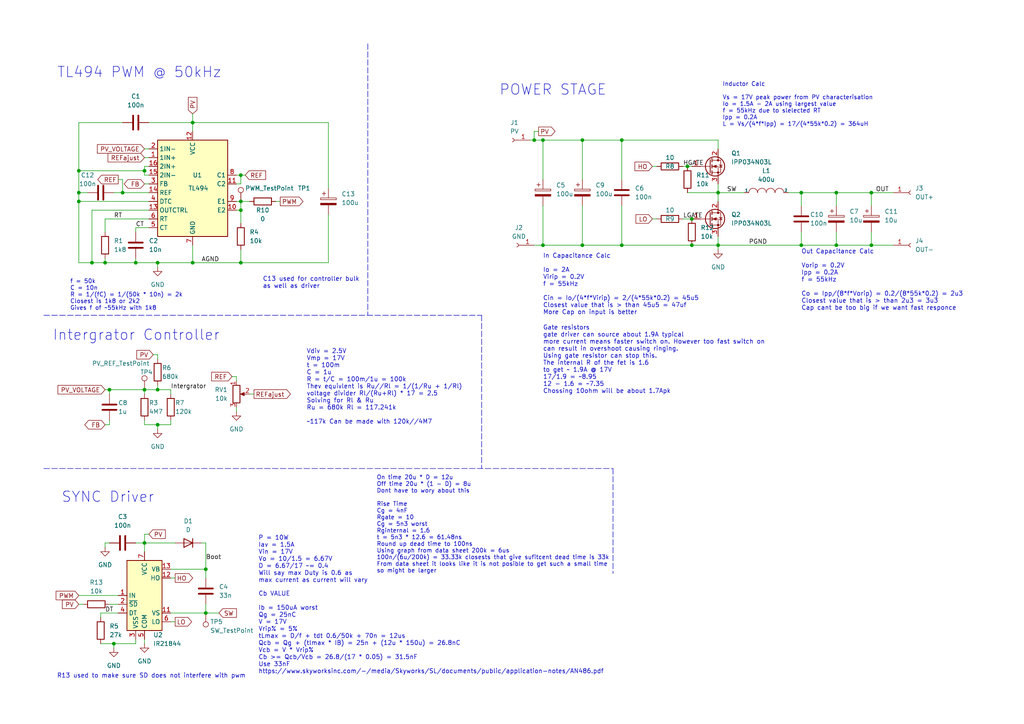
<source format=kicad_sch>
(kicad_sch (version 20211123) (generator eeschema)
  (paper "A4")
  (title_block (title "Sync Solar Car Kei Carden") (rev "V1"))
  (lib_symbols
    (symbol "Connector:Conn_01x01_Female" (pin_names (offset 1.016) hide)
      (property "Reference" "J" (at 0 2.54 0))
      (property "Value" "Conn_01x01_Female" (at 0 -2.54 0))
      (symbol "Conn_01x01_Female_1_1"
        (polyline (pts (xy -1.27 0) (xy -0.508 0)) (stroke (width 0.1524)))
        (arc (start 0 0.508) (mid -0.508 0) (end 0 -0.508) (stroke (width 0.1524)))
        (pin passive line (at -5.08 0 0) (length 3.81) (name "Pin_1") (number "1"))
      )
    )
    (symbol "Connector:TestPoint" (pin_numbers hide) (pin_names (offset 0.762) hide)
      (property "Reference" "TP" (at 0 6.858 0))
      (property "Value" "TestPoint" (at 0 5.08 0))
      (symbol "TestPoint_0_1"
        (circle (center 0 3.302) (radius 0.762))
      )
      (symbol "TestPoint_1_1"
        (pin passive line (at 0 0 90) (length 2.54) (name "1") (number "1"))
      )
    )
    (symbol "Device:C" (pin_numbers hide) (pin_names (offset 0.254))
      (property "Reference" "C" (at 0.635 2.54 0))
      (property "Value" "C" (at 0.635 -2.54 0))
      (symbol "C_0_1"
        (polyline (pts (xy -2.032 -0.762) (xy 2.032 -0.762)) (stroke (width 0.508)))
        (polyline (pts (xy -2.032 0.762) (xy 2.032 0.762)) (stroke (width 0.508)))
      )
      (symbol "C_1_1"
        (pin passive line (at 0 3.81 270) (length 2.794) (name "~") (number "1"))
        (pin passive line (at 0 -3.81 90) (length 2.794) (name "~") (number "2"))
      )
    )
    (symbol "Device:C_Polarized" (pin_numbers hide) (pin_names (offset 0.254))
      (property "Reference" "C" (at 0.635 2.54 0))
      (property "Value" "C_Polarized" (at 0.635 -2.54 0))
      (symbol "C_Polarized_0_1"
        (rectangle (start -2.286 0.508) (end 2.286 1.016))
        (polyline (pts (xy -1.778 2.286) (xy -0.762 2.286)))
        (polyline (pts (xy -1.27 2.794) (xy -1.27 1.778)))
        (rectangle (start 2.286 -0.508) (end -2.286 -1.016) (fill (type outline)))
      )
      (symbol "C_Polarized_1_1"
        (pin passive line (at 0 3.81 270) (length 2.794) (name "~") (number "1"))
        (pin passive line (at 0 -3.81 90) (length 2.794) (name "~") (number "2"))
      )
    )
    (symbol "Device:D" (pin_numbers hide) (pin_names (offset 1.016) hide)
      (property "Reference" "D" (at 0 2.54 0))
      (property "Value" "D" (at 0 -2.54 0))
      (symbol "D_0_1"
        (polyline (pts (xy -1.27 1.27) (xy -1.27 -1.27)) (stroke (width 0.254)))
        (polyline (pts (xy 1.27 0) (xy -1.27 0)))
        (polyline (pts (xy 1.27 1.27) (xy 1.27 -1.27) (xy -1.27 0) (xy 1.27 1.27)) (stroke (width 0.254)))
      )
      (symbol "D_1_1"
        (pin passive line (at -3.81 0 0) (length 2.54) (name "K") (number "1"))
        (pin passive line (at 3.81 0 180) (length 2.54) (name "A") (number "2"))
      )
    )
    (symbol "Device:Q_NMOS_GDS" (pin_names (offset 0) hide)
      (property "Reference" "Q" (at 5.08 1.27 0))
      (property "Value" "Q_NMOS_GDS" (at 5.08 -1.27 0))
      (symbol "Q_NMOS_GDS_0_1"
        (polyline (pts (xy 0.254 0) (xy -2.54 0)))
        (polyline (pts (xy 0.254 1.905) (xy 0.254 -1.905)) (stroke (width 0.254)))
        (polyline (pts (xy 0.762 -1.27) (xy 0.762 -2.286)) (stroke (width 0.254)))
        (polyline (pts (xy 0.762 0.508) (xy 0.762 -0.508)) (stroke (width 0.254)))
        (polyline (pts (xy 0.762 2.286) (xy 0.762 1.27)) (stroke (width 0.254)))
        (polyline (pts (xy 2.54 2.54) (xy 2.54 1.778)))
        (polyline (pts (xy 2.54 -2.54) (xy 2.54 0) (xy 0.762 0)))
        (polyline (pts (xy 0.762 -1.778) (xy 3.302 -1.778) (xy 3.302 1.778) (xy 0.762 1.778)))
        (polyline (pts (xy 1.016 0) (xy 2.032 0.381) (xy 2.032 -0.381) (xy 1.016 0)) (fill (type outline)))
        (polyline (pts (xy 2.794 0.508) (xy 2.921 0.381) (xy 3.683 0.381) (xy 3.81 0.254)))
        (polyline (pts (xy 3.302 0.381) (xy 2.921 -0.254) (xy 3.683 -0.254) (xy 3.302 0.381)))
        (circle (center 1.651 0) (radius 2.794) (stroke (width 0.254)))
        (circle (center 2.54 -1.778) (radius 0.254) (fill (type outline)))
        (circle (center 2.54 1.778) (radius 0.254) (fill (type outline)))
      )
      (symbol "Q_NMOS_GDS_1_1"
        (pin input line (at -5.08 0 0) (length 2.54) (name "G") (number "1"))
        (pin passive line (at 2.54 5.08 270) (length 2.54) (name "D") (number "2"))
        (pin passive line (at 2.54 -5.08 90) (length 2.54) (name "S") (number "3"))
      )
    )
    (symbol "Device:R" (pin_numbers hide) (pin_names (offset 0))
      (property "Reference" "R" (at 2.032 0 90))
      (property "Value" "R" (at 0 0 90))
      (symbol "R_0_1"
        (rectangle (start -1.016 -2.54) (end 1.016 2.54) (stroke (width 0.254)))
      )
      (symbol "R_1_1"
        (pin passive line (at 0 3.81 270) (length 1.27) (name "~") (number "1"))
        (pin passive line (at 0 -3.81 90) (length 1.27) (name "~") (number "2"))
      )
    )
    (symbol "Device:R_Potentiometer" (pin_names (offset 1.016) hide)
      (property "Reference" "RV" (at -4.445 0 90))
      (property "Value" "R_Potentiometer" (at -2.54 0 90))
      (symbol "R_Potentiometer_0_1"
        (polyline (pts (xy 2.54 0) (xy 1.524 0)))
        (polyline (pts (xy 1.143 0) (xy 2.286 0.508) (xy 2.286 -0.508) (xy 1.143 0)) (fill (type outline)))
        (rectangle (start 1.016 2.54) (end -1.016 -2.54) (stroke (width 0.254)))
      )
      (symbol "R_Potentiometer_1_1"
        (pin passive line (at 0 3.81 270) (length 1.27) (name "1") (number "1"))
        (pin passive line (at 3.81 0 180) (length 1.27) (name "2") (number "2"))
        (pin passive line (at 0 -3.81 90) (length 1.27) (name "3") (number "3"))
      )
    )
    (symbol "Driver_FET:IR21844"
      (property "Reference" "U" (at 1.27 13.97 0))
      (property "Value" "IR21844" (at 1.27 11.43 0))
      (symbol "IR21844_0_1"
        (rectangle (start -5.08 -10.16) (end 5.08 10.16) (stroke (width 0.254)) (fill (type background)))
      )
      (symbol "IR21844_1_1"
        (pin input line (at -7.62 0 0) (length 2.54) (name "IN") (number "1"))
        (pin no_connect line (at -5.08 2.54 0) (length 2.54) hide (name "NC") (number "10"))
        (pin passive line (at 7.62 -5.08 180) (length 2.54) (name "VS") (number "11"))
        (pin output line (at 7.62 5.08 180) (length 2.54) (name "HO") (number "12"))
        (pin passive line (at 7.62 7.62 180) (length 2.54) (name "VB") (number "13"))
        (pin no_connect line (at 5.08 2.54 180) (length 2.54) hide (name "NC") (number "14"))
        (pin input line (at -7.62 -2.54 0) (length 2.54) (name "~{SD}") (number "2"))
        (pin power_in line (at -2.54 -12.7 90) (length 2.54) (name "VSS") (number "3"))
        (pin input line (at -7.62 -5.08 0) (length 2.54) (name "DT") (number "4"))
        (pin power_in line (at 0 -12.7 90) (length 2.54) (name "COM") (number "5"))
        (pin output line (at 7.62 -7.62 180) (length 2.54) (name "LO") (number "6"))
        (pin power_in line (at 0 12.7 270) (length 2.54) (name "VCC") (number "7"))
        (pin no_connect line (at -5.08 7.62 0) (length 2.54) hide (name "NC") (number "8"))
        (pin no_connect line (at -5.08 5.08 0) (length 2.54) hide (name "NC") (number "9"))
      )
    )
    (symbol "Regulator_Controller:TL494"
      (property "Reference" "U" (at 3.81 19.05 0))
      (property "Value" "TL494" (at 3.81 16.51 0))
      (symbol "TL494_0_1"
        (rectangle (start -10.16 -12.7) (end 10.16 15.24) (stroke (width 0.254)) (fill (type background)))
      )
      (symbol "TL494_1_1"
        (pin input line (at -12.7 10.16 0) (length 2.54) (name "1IN+") (number "1"))
        (pin passive line (at 12.7 -5.08 180) (length 2.54) (name "E2") (number "10"))
        (pin passive line (at 12.7 2.54 180) (length 2.54) (name "C2") (number "11"))
        (pin power_in line (at 0 17.78 270) (length 2.54) (name "VCC") (number "12"))
        (pin input line (at -12.7 -5.08 0) (length 2.54) (name "OUTCTRL") (number "13"))
        (pin power_out line (at -12.7 0 0) (length 2.54) (name "REF") (number "14"))
        (pin input line (at -12.7 5.08 0) (length 2.54) (name "2IN-") (number "15"))
        (pin input line (at -12.7 7.62 0) (length 2.54) (name "2IN+") (number "16"))
        (pin input line (at -12.7 12.7 0) (length 2.54) (name "1IN-") (number "2"))
        (pin output line (at -12.7 2.54 0) (length 2.54) (name "FB") (number "3"))
        (pin input line (at -12.7 -2.54 0) (length 2.54) (name "DTC") (number "4"))
        (pin passive line (at -12.7 -10.16 0) (length 2.54) (name "CT") (number "5"))
        (pin passive line (at -12.7 -7.62 0) (length 2.54) (name "RT") (number "6"))
        (pin power_in line (at 0 -15.24 90) (length 2.54) (name "GND") (number "7"))
        (pin passive line (at 12.7 5.08 180) (length 2.54) (name "C1") (number "8"))
        (pin passive line (at 12.7 -2.54 180) (length 2.54) (name "E1") (number "9"))
      )
    )
    (symbol "power:GND" (power) (pin_names (offset 0))
      (property "Value" "GND" (at 0 -3.81 0))
      (symbol "GND_0_1"
        (polyline (pts (xy 0 0) (xy 0 -1.27) (xy 1.27 -1.27) (xy 0 -2.54) (xy -1.27 -1.27) (xy 0 -1.27)))
      )
      (symbol "GND_1_1"
        (pin power_in line (at 0 0 270) (length 0) hide (name "GND") (number "1"))
      )
    )
    (symbol "pspice:INDUCTOR" (pin_numbers hide) (pin_names (offset 0))
      (property "Reference" "L" (at 0 2.54 0))
      (property "Value" "INDUCTOR" (at 0 -1.27 0))
      (symbol "INDUCTOR_0_1"
        (arc (start -2.54 0) (mid -3.81 1.27) (end -5.08 0))
        (arc (start 0 0) (mid -1.27 1.27) (end -2.54 0))
        (arc (start 2.54 0) (mid 1.27 1.27) (end 0 0))
        (arc (start 5.08 0) (mid 3.81 1.27) (end 2.54 0))
      )
      (symbol "INDUCTOR_1_1"
        (pin input line (at -6.35 0 0) (length 1.27) (name "1") (number "1"))
        (pin input line (at 6.35 0 180) (length 1.27) (name "2") (number "2"))
      )
    )
  )
  (junction (at 41.91 113.03))
  (junction (at 157.48 71.12))
  (junction (at 232.41 71.12))
  (junction (at 69.85 50.8))
  (junction (at 69.85 76.2))
  (junction (at 26.67 76.2))
  (junction (at 157.48 40.64))
  (junction (at 33.02 186.69))
  (junction (at 22.86 58.42))
  (junction (at 252.73 55.88))
  (junction (at 22.86 49.53))
  (junction (at 168.91 40.64))
  (junction (at 35.56 55.88))
  (junction (at 22.86 55.88))
  (junction (at 59.69 177.8))
  (junction (at 232.41 55.88))
  (junction (at 69.85 58.42))
  (junction (at 208.28 55.88))
  (junction (at 200.66 63.5))
  (junction (at 168.91 71.12))
  (junction (at 39.37 76.2))
  (junction (at 55.88 35.56))
  (junction (at 30.48 76.2))
  (junction (at 41.91 49.53))
  (junction (at 242.57 71.12))
  (junction (at 180.34 71.12))
  (junction (at 59.69 165.1))
  (junction (at 180.34 40.64))
  (junction (at 45.72 113.03))
  (junction (at 45.72 76.2))
  (junction (at 69.85 60.96))
  (junction (at 199.39 48.26))
  (junction (at 252.73 71.12))
  (junction (at 41.91 157.48))
  (junction (at 154.94 40.64))
  (junction (at 45.72 123.19))
  (junction (at 208.28 71.12))
  (junction (at 55.88 76.2))
  (junction (at 242.57 55.88))
  (junction (at 31.75 113.03))
  (junction (at 200.66 71.12))
  (wire (pts (xy 22.86 49.53) (xy 41.91 49.53)))
  (wire (pts (xy 55.88 35.56) (xy 95.25 35.56)))
  (wire (pts (xy 72.39 114.3) (xy 73.66 114.3)))
  (wire (pts (xy 30.48 74.93) (xy 30.48 76.2)))
  (wire (pts (xy 208.28 71.12) (xy 232.41 71.12)))
  (wire (pts (xy 39.37 186.69) (xy 39.37 185.42)))
  (wire (pts (xy 45.72 104.14) (xy 45.72 102.87)))
  (wire (pts (xy 68.58 53.34) (xy 69.85 53.34)))
  (wire (pts (xy 45.72 123.19) (xy 45.72 124.46)))
  (wire (pts (xy 228.6 55.88) (xy 232.41 55.88)))
  (wire (pts (xy 69.85 60.96) (xy 69.85 64.77)))
  (wire (pts (xy 95.25 62.23) (xy 95.25 76.2)))
  (wire (pts (xy 157.48 40.64) (xy 168.91 40.64)))
  (wire (pts (xy 22.86 55.88) (xy 25.4 55.88)))
  (wire (pts (xy 33.02 187.96) (xy 33.02 186.69)))
  (wire (pts (xy 189.23 63.5) (xy 190.5 63.5)))
  (wire (pts (xy 59.69 177.8) (xy 63.5 177.8)))
  (wire (pts (xy 59.69 175.26) (xy 59.69 177.8)))
  (wire (pts (xy 154.94 71.12) (xy 157.48 71.12)))
  (wire (pts (xy 58.42 157.48) (xy 59.69 157.48)))
  (wire (pts (xy 168.91 40.64) (xy 168.91 52.07)))
  (wire (pts (xy 81.28 58.42) (xy 80.01 58.42)))
  (wire (pts (xy 180.34 59.69) (xy 180.34 71.12)))
  (wire (pts (xy 41.91 154.94) (xy 41.91 157.48)))
  (wire (pts (xy 59.69 157.48) (xy 59.69 165.1)))
  (wire (pts (xy 31.75 113.03) (xy 41.91 113.03)))
  (wire (pts (xy 31.75 123.19) (xy 31.75 121.92)))
  (wire (pts (xy 208.28 43.18) (xy 208.28 40.64)))
  (polyline (pts (xy 139.7 91.44) (xy 139.7 135.89)))
  (wire (pts (xy 41.91 43.18) (xy 43.18 43.18)))
  (wire (pts (xy 49.53 123.19) (xy 49.53 121.92)))
  (wire (pts (xy 33.02 55.88) (xy 35.56 55.88)))
  (wire (pts (xy 69.85 50.8) (xy 69.85 53.34)))
  (wire (pts (xy 30.48 63.5) (xy 30.48 67.31)))
  (wire (pts (xy 43.18 48.26) (xy 41.91 48.26)))
  (wire (pts (xy 26.67 76.2) (xy 30.48 76.2)))
  (wire (pts (xy 168.91 71.12) (xy 180.34 71.12)))
  (wire (pts (xy 232.41 55.88) (xy 242.57 55.88)))
  (wire (pts (xy 22.86 55.88) (xy 22.86 58.42)))
  (wire (pts (xy 39.37 157.48) (xy 41.91 157.48)))
  (wire (pts (xy 157.48 52.07) (xy 157.48 40.64)))
  (wire (pts (xy 45.72 76.2) (xy 45.72 77.47)))
  (wire (pts (xy 34.29 177.8) (xy 29.21 177.8)))
  (wire (pts (xy 30.48 113.03) (xy 31.75 113.03)))
  (wire (pts (xy 31.75 175.26) (xy 34.29 175.26)))
  (wire (pts (xy 41.91 123.19) (xy 45.72 123.19)))
  (wire (pts (xy 41.91 157.48) (xy 41.91 160.02)))
  (wire (pts (xy 45.72 113.03) (xy 49.53 113.03)))
  (wire (pts (xy 41.91 121.92) (xy 41.91 123.19)))
  (wire (pts (xy 41.91 157.48) (xy 50.8 157.48)))
  (wire (pts (xy 200.66 71.12) (xy 208.28 71.12)))
  (polyline (pts (xy 106.68 12.7) (xy 106.68 91.44)))
  (wire (pts (xy 22.86 172.72) (xy 34.29 172.72)))
  (wire (pts (xy 252.73 71.12) (xy 259.08 71.12)))
  (wire (pts (xy 55.88 76.2) (xy 69.85 76.2)))
  (wire (pts (xy 68.58 50.8) (xy 69.85 50.8)))
  (wire (pts (xy 45.72 76.2) (xy 55.88 76.2)))
  (wire (pts (xy 68.58 118.11) (xy 68.58 119.38)))
  (wire (pts (xy 30.48 63.5) (xy 43.18 63.5)))
  (wire (pts (xy 31.75 113.03) (xy 31.75 114.3)))
  (wire (pts (xy 69.85 60.96) (xy 68.58 60.96)))
  (wire (pts (xy 59.69 165.1) (xy 59.69 167.64)))
  (wire (pts (xy 49.53 167.64) (xy 50.8 167.64)))
  (wire (pts (xy 30.48 123.19) (xy 31.75 123.19)))
  (wire (pts (xy 35.56 55.88) (xy 43.18 55.88)))
  (wire (pts (xy 157.48 59.69) (xy 157.48 71.12)))
  (wire (pts (xy 198.12 63.5) (xy 200.66 63.5)))
  (wire (pts (xy 55.88 33.02) (xy 55.88 35.56)))
  (polyline (pts (xy 12.7 91.44) (xy 139.7 91.44)))
  (wire (pts (xy 168.91 59.69) (xy 168.91 71.12)))
  (wire (pts (xy 43.18 35.56) (xy 55.88 35.56)))
  (wire (pts (xy 157.48 71.12) (xy 168.91 71.12)))
  (wire (pts (xy 26.67 60.96) (xy 43.18 60.96)))
  (wire (pts (xy 252.73 55.88) (xy 252.73 59.69)))
  (wire (pts (xy 208.28 55.88) (xy 215.9 55.88)))
  (wire (pts (xy 22.86 76.2) (xy 26.67 76.2)))
  (wire (pts (xy 49.53 165.1) (xy 59.69 165.1)))
  (wire (pts (xy 41.91 53.34) (xy 43.18 53.34)))
  (wire (pts (xy 30.48 157.48) (xy 31.75 157.48)))
  (wire (pts (xy 30.48 76.2) (xy 39.37 76.2)))
  (wire (pts (xy 154.94 38.1) (xy 154.94 40.64)))
  (wire (pts (xy 45.72 111.76) (xy 45.72 113.03)))
  (wire (pts (xy 45.72 102.87) (xy 44.45 102.87)))
  (wire (pts (xy 55.88 71.12) (xy 55.88 76.2)))
  (wire (pts (xy 232.41 67.31) (xy 232.41 71.12)))
  (wire (pts (xy 69.85 76.2) (xy 95.25 76.2)))
  (wire (pts (xy 242.57 71.12) (xy 242.57 67.31)))
  (wire (pts (xy 69.85 58.42) (xy 72.39 58.42)))
  (wire (pts (xy 49.53 180.34) (xy 50.8 180.34)))
  (wire (pts (xy 22.86 58.42) (xy 22.86 76.2)))
  (wire (pts (xy 154.94 40.64) (xy 157.48 40.64)))
  (wire (pts (xy 68.58 58.42) (xy 69.85 58.42)))
  (wire (pts (xy 232.41 55.88) (xy 232.41 59.69)))
  (wire (pts (xy 49.53 177.8) (xy 59.69 177.8)))
  (wire (pts (xy 199.39 48.26) (xy 200.66 48.26)))
  (wire (pts (xy 39.37 66.04) (xy 39.37 67.31)))
  (wire (pts (xy 22.86 49.53) (xy 22.86 55.88)))
  (wire (pts (xy 180.34 71.12) (xy 200.66 71.12)))
  (wire (pts (xy 180.34 40.64) (xy 180.34 52.07)))
  (wire (pts (xy 242.57 55.88) (xy 242.57 59.69)))
  (wire (pts (xy 35.56 52.07) (xy 35.56 55.88)))
  (wire (pts (xy 198.12 48.26) (xy 199.39 48.26)))
  (wire (pts (xy 208.28 71.12) (xy 208.28 72.39)))
  (wire (pts (xy 39.37 76.2) (xy 45.72 76.2)))
  (wire (pts (xy 180.34 40.64) (xy 208.28 40.64)))
  (wire (pts (xy 41.91 45.72) (xy 43.18 45.72)))
  (wire (pts (xy 232.41 71.12) (xy 242.57 71.12)))
  (wire (pts (xy 189.23 48.26) (xy 190.5 48.26)))
  (wire (pts (xy 69.85 50.8) (xy 71.12 50.8)))
  (wire (pts (xy 41.91 48.26) (xy 41.91 49.53)))
  (wire (pts (xy 156.21 38.1) (xy 154.94 38.1)))
  (wire (pts (xy 41.91 114.3) (xy 41.91 113.03)))
  (wire (pts (xy 22.86 35.56) (xy 22.86 49.53)))
  (wire (pts (xy 49.53 113.03) (xy 49.53 114.3)))
  (wire (pts (xy 41.91 185.42) (xy 41.91 186.69)))
  (wire (pts (xy 208.28 53.34) (xy 208.28 55.88)))
  (wire (pts (xy 208.28 55.88) (xy 208.28 58.42)))
  (wire (pts (xy 30.48 158.75) (xy 30.48 157.48)))
  (wire (pts (xy 41.91 113.03) (xy 45.72 113.03)))
  (wire (pts (xy 29.21 186.69) (xy 33.02 186.69)))
  (wire (pts (xy 67.31 109.22) (xy 68.58 109.22)))
  (wire (pts (xy 41.91 154.94) (xy 43.18 154.94)))
  (wire (pts (xy 34.29 52.07) (xy 35.56 52.07)))
  (wire (pts (xy 33.02 186.69) (xy 39.37 186.69)))
  (wire (pts (xy 22.86 58.42) (xy 43.18 58.42)))
  (wire (pts (xy 153.67 40.64) (xy 154.94 40.64)))
  (wire (pts (xy 45.72 123.19) (xy 49.53 123.19)))
  (wire (pts (xy 252.73 67.31) (xy 252.73 71.12)))
  (wire (pts (xy 41.91 50.8) (xy 43.18 50.8)))
  (wire (pts (xy 26.67 60.96) (xy 26.67 76.2)))
  (wire (pts (xy 39.37 76.2) (xy 39.37 74.93)))
  (wire (pts (xy 43.18 66.04) (xy 39.37 66.04)))
  (wire (pts (xy 95.25 35.56) (xy 95.25 54.61)))
  (wire (pts (xy 208.28 68.58) (xy 208.28 71.12)))
  (wire (pts (xy 35.56 35.56) (xy 22.86 35.56)))
  (wire (pts (xy 242.57 71.12) (xy 252.73 71.12)))
  (wire (pts (xy 69.85 72.39) (xy 69.85 76.2)))
  (polyline (pts (xy 177.8 135.89) (xy 177.8 166.37)))
  (wire (pts (xy 68.58 109.22) (xy 68.58 110.49)))
  (wire (pts (xy 242.57 55.88) (xy 252.73 55.88)))
  (wire (pts (xy 252.73 55.88) (xy 259.08 55.88)))
  (wire (pts (xy 69.85 58.42) (xy 69.85 60.96)))
  (polyline (pts (xy 12.7 135.89) (xy 177.8 135.89)))
  (wire (pts (xy 22.86 175.26) (xy 24.13 175.26)))
  (wire (pts (xy 168.91 40.64) (xy 180.34 40.64)))
  (wire (pts (xy 199.39 55.88) (xy 208.28 55.88)))
  (wire (pts (xy 55.88 35.56) (xy 55.88 38.1)))
  (wire (pts (xy 41.91 49.53) (xy 41.91 50.8)))
  (wire (pts (xy 29.21 177.8) (xy 29.21 179.07)))
  (text "C13 used for controller bulk\nas well as driver\n" (at 76.2 83.82 0) (effects (font (size 1.27 1.27)) (justify left bottom)))
  (text "POWER STAGE\n" (at 144.78 27.94 0) (effects (font (size 3 3)) (justify left bottom)))
  (text "Intergrator Controller" (at 15.24 99.06 0) (effects (font (size 3 3)) (justify left bottom)))
  (text "P = 10W\nIav = 1.5A\nVin = 17V\nVo = 10/1.5 = 6.67V\nD = 6.67/17 ~= 0.4\nWill say max Duty is 0.6 as \nmax current as current will vary\n\n\n\n" (at 74.93 175.26 0) (effects (font (size 1.27 1.27)) (justify left bottom)))
  (text "Out Capacitance Calc\n\nVorip = 0.2V\nIpp = 0.2A\nf = 55kHz\n\nCo = Ipp/(8*f*Vorip) = 0.2/(8*55k*0.2) = 2u3\nClosest value that is > than 2u3 = 3u3\nCap cant be too big if we want fast responce\n" (at 232.41 90.17 0) (effects (font (size 1.27 1.27)) (justify left bottom)))
  (text "In Capacitance Calc\n\nIo = 2A\nVirip = 0.2V\nf = 55kHz\n\nCin = Io/(4*f*Virip) = 2/(4*55k*0.2) = 45u5\nClosest value that is > than 45u5 = 47uf\nMore Cap on input is better" (at 157.48 91.44 0) (effects (font (size 1.27 1.27)) (justify left bottom)))
  (text "f = 50k\nC = 10n\nR = 1/(fC) = 1/(50k * 10n) = 2k\nClosest is 1k8 or 2k2\nGives f of ~55kHz with 1k8 \n" (at 20.32 90.17 0) (effects (font (size 1.2 1.2)) (justify left bottom)))
  (text "R13 used to make sure SD does not interfere with pwm" (at 16.51 196.85 0) (effects (font (size 1.27 1.27)) (justify left bottom)))
  (text "Gate resistors\ngate driver can source about 1.9A typical\nmore current means faster switch on. However too fast switch on\ncan result in overshoot causing ringing.\nUsing gate resistor can stop this.\nThe internal R of the fet is 1.6\nto get ~ 1.9A @ 17V \n17/1.9 = ~8.95\n12 - 1.6 = ~7.35\nChossing 10ohm will be about 1.7Apk  " (at 157.48 114.3 0) (effects (font (size 1.27 1.27)) (justify left bottom)))
  (text "Vdiv = 2.5V\nVmp = 17V\nt = 100m\nC = 1u\nR = t/C = 100m/1u = 100k\nThev equivlent is Ru//Rl = 1/(1/Ru + 1/Rl)\nvoltage divider Rl/(Ru+Rl) * 17 = 2.5\nSolving for Rl & Ru\nRu = 680k Rl = 117.241k\n\n~117k Can be made with 120k//4M7\n" (at 88.9 123.19 0) (effects (font (size 1.27 1.27)) (justify left bottom)))
  (text "TL494 PWM @ 50kHz" (at 16.51 22.86 0) (effects (font (size 3 3)) (justify left bottom)))
  (text "SYNC Driver" (at 17.78 146.05 0) (effects (font (size 3 3)) (justify left bottom)))
  (text "On time 20u * D = 12u\nOff time 20u * (1 - D) = 8u\nDont have to wory about this\n\nRise Time\nCg = 4nF\nRgate = 10\nCg = 5n3 worst\nRginternal = 1.6\nt = 5n3 * 12.6 = 61.48ns\nRound up dead time to 100ns\nUsing graph from data sheet 200k = 6us\n100n/(6u/200k) = 33.33k closests that give sufitcent dead time is 33k\nFrom data sheet it looks like it is not posible to get such a small time \nso might be larger" (at 109.22 166.37 0) (effects (font (size 1.2 1.2)) (justify left bottom)))
  (text "Inductor Calc\n\nVs = 17V peak power from PV characterisation\nIo = 1.5A - 2A using largest value\nf = 55kHz due to slelected RT\nIpp = 0.2A\nL = Vs/(4*f*Ipp) = 17/(4*55k*0.2) = 364uH" (at 209.55 36.83 0) (effects (font (size 1.2 1.2)) (justify left bottom)))
  (text "Cb VALUE\n\nIb = 150uA worst\nQg = 25nC\nV = 17V\nVrip% = 5%\ntLmax = D/f + tdt 0.6/50k + 70n = 12us\nQcb = Qg + (tlmax * IB) = 25n + (12u * 150u) = 26.8nC\nVcb = V * Vrip%\nCb >= Qcb/Vcb = 26.8/(17 * 0.05) = 31.5nF\nUse 33nF\nhttps://www.skyworksinc.com/-/media/Skyworks/SL/documents/public/application-notes/AN486.pdf" (at 74.93 195.58 0) (effects (font (size 1.27 1.27)) (justify left bottom)))
  (label "RT" (at 33.02 63.5 0))
  (label "HGATE" (at 198.12 48.26 0))
  (label "Boot" (at 59.69 162.56 0))
  (label "CT" (at 39.37 66.04 0))
  (label "SW" (at 210.82 55.88 0))
  (label "AGND" (at 58.42 76.2 0))
  (label "DT" (at 30.48 177.8 0))
  (label "Intergrator" (at 49.53 113.03 0))
  (label "LGATE" (at 198.12 63.5 0))
  (label "OUT" (at 254 55.88 0))
  (label "PGND" (at 217.17 71.12 0))
  (global_label "SW" (shape input) (at 63.5 177.8 0) (property "Intersheet References" "${INTERSHEET_REFS}" (effects hide)))
  (global_label "PV" (shape input) (at 43.18 154.94 0) (property "Intersheet References" "${INTERSHEET_REFS}" (effects hide)))
  (global_label "PV_VOLTAGE" (shape input) (at 30.48 113.03 180) (property "Intersheet References" "${INTERSHEET_REFS}" (effects hide)))
  (global_label "LO" (shape output) (at 50.8 180.34 0) (property "Intersheet References" "${INTERSHEET_REFS}" (effects hide)))
  (global_label "PV" (shape output) (at 156.21 38.1 0) (property "Intersheet References" "${INTERSHEET_REFS}" (effects hide)))
  (global_label "PWM" (shape output) (at 81.28 58.42 0) (property "Intersheet References" "${INTERSHEET_REFS}" (effects hide)))
  (global_label "PV" (shape input) (at 55.88 33.02 90) (property "Intersheet References" "${INTERSHEET_REFS}" (effects hide)))
  (global_label "REFajust" (shape input) (at 41.91 45.72 180) (property "Intersheet References" "${INTERSHEET_REFS}" (effects hide)))
  (global_label "REF" (shape output) (at 34.29 52.07 180) (property "Intersheet References" "${INTERSHEET_REFS}" (effects hide)))
  (global_label "FB" (shape bidirectional) (at 41.91 53.34 180) (property "Intersheet References" "${INTERSHEET_REFS}" (effects hide)))
  (global_label "PV" (shape input) (at 22.86 175.26 180) (property "Intersheet References" "${INTERSHEET_REFS}" (effects hide)))
  (global_label "PWM" (shape input) (at 22.86 172.72 180) (property "Intersheet References" "${INTERSHEET_REFS}" (effects hide)))
  (global_label "REF" (shape input) (at 71.12 50.8 0) (property "Intersheet References" "${INTERSHEET_REFS}" (effects hide)))
  (global_label "PV_VOLTAGE" (shape input) (at 41.91 43.18 180) (property "Intersheet References" "${INTERSHEET_REFS}" (effects hide)))
  (global_label "REFajust" (shape output) (at 73.66 114.3 0) (property "Intersheet References" "${INTERSHEET_REFS}" (effects hide)))
  (global_label "HO" (shape input) (at 189.23 48.26 180) (property "Intersheet References" "${INTERSHEET_REFS}" (effects hide)))
  (global_label "HO" (shape output) (at 50.8 167.64 0) (property "Intersheet References" "${INTERSHEET_REFS}" (effects hide)))
  (global_label "FB" (shape bidirectional) (at 30.48 123.19 180) (property "Intersheet References" "${INTERSHEET_REFS}" (effects hide)))
  (global_label "REF" (shape input) (at 67.31 109.22 180) (property "Intersheet References" "${INTERSHEET_REFS}" (effects hide)))
  (global_label "PV" (shape input) (at 44.45 102.87 180) (property "Intersheet References" "${INTERSHEET_REFS}" (effects hide)))
  (global_label "LO" (shape input) (at 189.23 63.5 180) (property "Intersheet References" "${INTERSHEET_REFS}" (effects hide)))
  (symbol (lib_id "Device:C") (at 35.56 157.48 90) (unit 1)
    (property "Reference" "C3" (at 35.56 149.86 90))
    (property "Value" "100n" (at 35.56 152.4 90))
    (property "Footprint" "Capacitor_THT:C_Disc_D3.4mm_W2.1mm_P2.50mm" (effects hide))
  )
  (symbol (lib_id "power:GND") (at 41.91 186.69 0) (unit 1)
    (property "Reference" "#PWR0109" (effects hide))
    (property "Value" "GND" (at 41.91 191.77 0))
  )
  (symbol (lib_id "power:GND") (at 68.58 119.38 0) (unit 1)
    (property "Reference" "#PWR0106" (effects hide))
    (property "Value" "GND" (at 68.58 124.46 0))
  )
  (symbol (lib_id "Device:R") (at 49.53 118.11 0) (unit 1)
    (property "Reference" "R7" (at 50.8 116.84 0) (effects (justify left)))
    (property "Value" "120k" (at 50.8 119.38 0) (effects (justify left)))
    (property "Footprint" "Resistor_THT:R_Axial_DIN0207_L6.3mm_D2.5mm_P7.62mm_Horizontal" (effects hide))
  )
  (symbol (lib_id "Connector:Conn_01x01_Female") (at 148.59 40.64 180) (unit 1)
    (property "Reference" "J1" (at 149.225 35.56 0))
    (property "Value" "PV" (at 149.225 38.1 0))
    (property "Footprint" "TerminalBlock:Spade-Terminal" (effects hide))
  )
  (symbol (lib_id "Device:R") (at 45.72 107.95 0) (unit 1)
    (property "Reference" "R6" (at 46.99 106.68 0) (effects (justify left)))
    (property "Value" "680k" (at 46.99 109.22 0) (effects (justify left)))
    (property "Footprint" "Resistor_THT:R_Axial_DIN0207_L6.3mm_D2.5mm_P7.62mm_Horizontal" (effects hide))
  )
  (symbol (lib_id "Device:C_Polarized") (at 168.91 55.88 0) (unit 1)
    (property "Reference" "C9" (at 172.72 53.7209 0) (effects (justify left)))
    (property "Value" "100u" (at 172.72 56.2609 0) (effects (justify left)))
    (property "Footprint" "Capacitor_THT:CP_Radial_D5.0mm_P2.50mm" (effects hide))
  )
  (symbol (lib_id "Device:C") (at 39.37 71.12 0) (unit 1)
    (property "Reference" "C2" (at 43.18 69.8499 0) (effects (justify left)))
    (property "Value" "10n" (at 43.18 72.3899 0) (effects (justify left)))
    (property "Footprint" "Capacitor_THT:C_Rect_L7.0mm_W2.5mm_P5.00mm" (effects hide))
  )
  (symbol (lib_id "Device:R") (at 76.2 58.42 90) (unit 1)
    (property "Reference" "R10" (at 76.2 60.96 90))
    (property "Value" "0" (at 76.2 63.5 90))
    (property "Footprint" "Resistor_THT:R_Axial_DIN0207_L6.3mm_D2.5mm_P7.62mm_Horizontal" (effects hide))
  )
  (symbol (lib_id "Device:D") (at 54.61 157.48 180) (unit 1)
    (property "Reference" "D1" (at 54.61 151.13 0))
    (property "Value" "D" (at 54.61 153.67 0))
    (property "Footprint" "Diode_THT:D_A-405_P12.70mm_Horizontal" (effects hide))
  )
  (symbol (lib_id "Device:R") (at 194.31 48.26 90) (unit 1)
    (property "Reference" "R8" (at 194.31 48.26 90))
    (property "Value" "10" (at 194.31 45.72 90))
    (property "Footprint" "Resistor_THT:R_Axial_DIN0207_L6.3mm_D2.5mm_P2.54mm_Vertical" (effects hide))
  )
  (symbol (lib_id "Regulator_Controller:TL494") (at 55.88 55.88 0) (unit 1)
    (property "Reference" "U1" (at 55.88 50.8 0) (effects (justify left)))
    (property "Value" "TL494" (at 54.61 54.61 0) (effects (justify left)))
    (property "Footprint" "Package_DIP:DIP-16_W7.62mm_Socket_LongPads" (effects hide))
    (property "Datasheet" "http://www.ti.com/lit/ds/symlink/tl494.pdf" (effects hide))
  )
  (symbol (lib_id "Device:R_Potentiometer") (at 68.58 114.3 0) (unit 1)
    (property "Reference" "RV1" (at 66.04 113.0299 0) (effects (justify right)))
    (property "Value" "10k" (at 66.04 115.5699 0) (effects (justify right)))
    (property "Footprint" "Potentiometer_THT:Potentiometer_Bourns_3296W_Vertical" (effects hide))
  )
  (symbol (lib_id "Device:R") (at 30.48 71.12 0) (unit 1)
    (property "Reference" "R1" (at 33.02 69.8499 0) (effects (justify left)))
    (property "Value" "1k8" (at 33.02 72.3899 0) (effects (justify left)))
    (property "Footprint" "Resistor_THT:R_Axial_DIN0207_L6.3mm_D2.5mm_P7.62mm_Horizontal" (effects hide))
  )
  (symbol (lib_id "Device:R") (at 29.21 182.88 0) (unit 1)
    (property "Reference" "R5" (at 31.75 181.6099 0) (effects (justify left)))
    (property "Value" "27k" (at 31.75 184.1499 0) (effects (justify left)))
    (property "Footprint" "Resistor_THT:R_Axial_DIN0207_L6.3mm_D2.5mm_P7.62mm_Horizontal" (effects hide))
  )
  (symbol (lib_id "power:GND") (at 30.48 158.75 0) (unit 1)
    (property "Reference" "#PWR0101" (effects hide))
    (property "Value" "GND" (at 30.48 163.83 0))
  )
  (symbol (lib_id "Device:C") (at 180.34 55.88 0) (unit 1)
    (property "Reference" "C6" (at 184.15 54.6099 0) (effects (justify left)))
    (property "Value" "100n" (at 184.15 57.1499 0) (effects (justify left)))
    (property "Footprint" "Capacitor_THT:C_Disc_D3.4mm_W2.1mm_P2.50mm" (effects hide))
  )
  (symbol (lib_id "Connector:Conn_01x01_Female") (at 149.86 71.12 180) (unit 1)
    (property "Reference" "J2" (at 150.495 66.04 0))
    (property "Value" "GND" (at 150.495 68.58 0))
    (property "Footprint" "TerminalBlock:Spade-Terminal" (effects hide))
  )
  (symbol (lib_id "Device:R") (at 27.94 175.26 90) (unit 1)
    (property "Reference" "R13" (at 27.94 168.91 90))
    (property "Value" "10k" (at 27.94 171.45 90))
    (property "Footprint" "Resistor_THT:R_Axial_DIN0207_L6.3mm_D2.5mm_P7.62mm_Horizontal" (effects hide))
  )
  (symbol (lib_id "Device:C") (at 59.69 171.45 0) (unit 1)
    (property "Reference" "C4" (at 63.5 170.1799 0) (effects (justify left)))
    (property "Value" "33n" (at 63.5 172.7199 0) (effects (justify left)))
    (property "Footprint" "Capacitor_THT:C_Rect_L7.0mm_W2.5mm_P5.00mm" (effects hide))
  )
  (symbol (lib_id "power:GND") (at 33.02 187.96 0) (unit 1)
    (property "Reference" "#PWR0103" (effects hide))
    (property "Value" "GND" (at 33.02 193.04 0))
  )
  (symbol (lib_id "Device:C_Polarized") (at 95.25 58.42 0) (unit 1)
    (property "Reference" "C13" (at 99.06 56.2609 0) (effects (justify left)))
    (property "Value" "100u" (at 99.06 58.8009 0) (effects (justify left)))
    (property "Footprint" "Capacitor_THT:CP_Radial_D5.0mm_P2.50mm" (effects hide))
  )
  (symbol (lib_id "power:GND") (at 208.28 72.39 0) (unit 1)
    (property "Reference" "#PWR0105" (effects hide))
    (property "Value" "GND" (at 208.28 77.47 0))
  )
  (symbol (lib_id "Connector:TestPoint") (at 59.69 177.8 180) (unit 1)
    (property "Reference" "TP5" (at 60.96 180.34 0) (effects (justify right)))
    (property "Value" "SW_TestPoint" (at 60.96 182.88 0) (effects (justify right)))
    (property "Footprint" "TestPoint:TestPoint_Pad_D1.0mm" (effects hide))
  )
  (symbol (lib_id "Device:C_Polarized") (at 157.48 55.88 0) (unit 1)
    (property "Reference" "C5" (at 161.29 53.7209 0) (effects (justify left)))
    (property "Value" "100u" (at 161.29 56.2609 0) (effects (justify left)))
    (property "Footprint" "Capacitor_THT:CP_Radial_D8.0mm_P5.00mm" (effects hide))
  )
  (symbol (lib_id "Device:C_Polarized") (at 252.73 63.5 0) (unit 1)
    (property "Reference" "C11" (at 256.54 61.3409 0) (effects (justify left)))
    (property "Value" "10u" (at 256.54 63.8809 0) (effects (justify left)))
    (property "Footprint" "Capacitor_THT:CP_Radial_D5.0mm_P2.50mm" (effects hide))
  )
  (symbol (lib_id "Connector:Conn_01x01_Female") (at 264.16 55.88 0) (unit 1)
    (property "Reference" "J3" (at 265.43 54.6099 0) (effects (justify left)))
    (property "Value" "OUT+" (at 265.43 57.1499 0) (effects (justify left)))
    (property "Footprint" "TerminalBlock:Spade-Terminal" (effects hide))
  )
  (symbol (lib_id "Connector:TestPoint") (at 41.91 113.03 0) (unit 1)
    (property "Reference" "TP4" (at 40.64 107.95 0) (effects (justify left)))
    (property "Value" "PV_REF_TestPoint" (at 26.67 105.41 0) (effects (justify left)))
    (property "Footprint" "TestPoint:TestPoint_Pad_D1.0mm" (effects hide))
  )
  (symbol (lib_id "Device:C") (at 31.75 118.11 0) (unit 1)
    (property "Reference" "C8" (at 34.29 116.84 0) (effects (justify left)))
    (property "Value" "1u" (at 34.29 119.38 0) (effects (justify left)))
    (property "Footprint" "Capacitor_THT:C_Rect_L7.0mm_W4.5mm_P5.00mm" (effects hide))
  )
  (symbol (lib_id "Device:R") (at 69.85 68.58 0) (unit 1)
    (property "Reference" "R4" (at 72.39 67.3099 0) (effects (justify left)))
    (property "Value" "10k" (at 72.39 69.8499 0) (effects (justify left)))
    (property "Footprint" "Resistor_THT:R_Axial_DIN0207_L6.3mm_D2.5mm_P7.62mm_Horizontal" (effects hide))
  )
  (symbol (lib_id "power:GND") (at 45.72 124.46 0) (unit 1)
    (property "Reference" "#PWR0102" (effects hide))
    (property "Value" "GND" (at 45.72 129.54 0))
  )
  (symbol (lib_id "Device:C") (at 29.21 55.88 90) (unit 1)
    (property "Reference" "C12" (at 25.4 50.8 90))
    (property "Value" "100n" (at 25.4 53.34 90))
    (property "Footprint" "Capacitor_THT:C_Disc_D3.4mm_W2.1mm_P2.50mm" (effects hide))
  )
  (symbol (lib_id "Device:C_Polarized") (at 242.57 63.5 0) (unit 1)
    (property "Reference" "C7" (at 246.38 61.3409 0) (effects (justify left)))
    (property "Value" "10u" (at 246.38 63.8809 0) (effects (justify left)))
    (property "Footprint" "Capacitor_THT:CP_Radial_D5.0mm_P2.50mm" (effects hide))
  )
  (symbol (lib_id "Device:R") (at 41.91 118.11 0) (unit 1)
    (property "Reference" "R3" (at 43.18 116.84 0) (effects (justify left)))
    (property "Value" "4M7" (at 43.18 119.38 0) (effects (justify left)))
    (property "Footprint" "Resistor_THT:R_Axial_DIN0207_L6.3mm_D2.5mm_P7.62mm_Horizontal" (effects hide))
  )
  (symbol (lib_id "Device:C") (at 232.41 63.5 0) (unit 1)
    (property "Reference" "C10" (at 234.95 62.23 0) (effects (justify left)))
    (property "Value" "100n" (at 234.95 64.77 0) (effects (justify left)))
    (property "Footprint" "Capacitor_THT:C_Disc_D3.4mm_W2.1mm_P2.50mm" (effects hide))
  )
  (symbol (lib_id "Driver_FET:IR21844") (at 41.91 172.72 0) (unit 1)
    (property "Reference" "U2" (at 44.45 184.15 0) (effects (justify left)))
    (property "Value" "IR21844" (at 44.45 186.69 0) (effects (justify left)))
    (property "Footprint" "Package_DIP:DIP-14_W7.62mm_Socket_LongPads" (effects hide))
    (property "Datasheet" "https://www.infineon.com/dgdl/ir2184.pdf?fileId=5546d462533600a4015355c955e616d4" (effects hide))
  )
  (symbol (lib_id "Connector:TestPoint") (at 69.85 58.42 0) (unit 1)
    (property "Reference" "TP1" (at 86.36 54.61 0) (effects (justify left)))
    (property "Value" "PWM_TestPoint" (at 71.12 54.61 0) (effects (justify left)))
    (property "Footprint" "TestPoint:TestPoint_Pad_D1.0mm" (effects hide))
  )
  (symbol (lib_id "Device:Q_NMOS_GDS") (at 205.74 48.26 0) (unit 1)
    (property "Reference" "Q1" (at 212.09 44.45 0) (effects (justify left)))
    (property "Value" "IPP034N03L" (at 212.09 46.99 0) (effects (justify left)))
    (property "Footprint" "Package_TO_SOT_THT:TO-220-3_Vertical" (effects hide))
  )
  (symbol (lib_id "Device:C") (at 39.37 35.56 90) (unit 1)
    (property "Reference" "C1" (at 39.37 27.94 90))
    (property "Value" "100n" (at 39.37 30.48 90))
    (property "Footprint" "Capacitor_THT:C_Disc_D3.4mm_W2.1mm_P2.50mm" (effects hide))
  )
  (symbol (lib_id "Device:R") (at 194.31 63.5 90) (unit 1)
    (property "Reference" "R9" (at 194.31 63.5 90))
    (property "Value" "10" (at 194.31 60.96 90))
    (property "Footprint" "Resistor_THT:R_Axial_DIN0207_L6.3mm_D2.5mm_P7.62mm_Horizontal" (effects hide))
  )
  (symbol (lib_id "Device:R") (at 199.39 52.07 0) (unit 1)
    (property "Reference" "R11" (at 201.93 50.7999 0) (effects (justify left)))
    (property "Value" "10k" (at 201.93 53.3399 0) (effects (justify left)))
    (property "Footprint" "Resistor_THT:R_Axial_DIN0207_L6.3mm_D2.5mm_P2.54mm_Vertical" (effects hide))
  )
  (symbol (lib_id "Connector:Conn_01x01_Female") (at 264.16 71.12 0) (unit 1)
    (property "Reference" "J4" (at 265.43 69.8499 0) (effects (justify left)))
    (property "Value" "OUT-" (at 265.43 72.3899 0) (effects (justify left)))
    (property "Footprint" "TerminalBlock:Spade-Terminal" (effects hide))
  )
  (symbol (lib_id "power:GND") (at 45.72 77.47 0) (unit 1)
    (property "Reference" "#PWR0104" (effects hide))
    (property "Value" "GND" (at 45.72 82.55 0))
  )
  (symbol (lib_id "Device:Q_NMOS_GDS") (at 205.74 63.5 0) (unit 1)
    (property "Reference" "Q2" (at 212.09 62.2299 0) (effects (justify left)))
    (property "Value" "IPP034N03L" (at 212.09 64.7699 0) (effects (justify left)))
    (property "Footprint" "Package_TO_SOT_THT:TO-220-3_Vertical" (effects hide))
  )
  (symbol (lib_id "pspice:INDUCTOR") (at 222.25 55.88 0) (unit 1)
    (property "Reference" "L1" (at 222.25 49.53 0))
    (property "Value" "400u" (at 222.25 52.07 0))
    (property "Footprint" "Inductor_THT:RM8 Former" (effects hide))
  )
  (symbol (lib_id "Device:R") (at 200.66 67.31 0) (unit 1)
    (property "Reference" "R12" (at 203.2 66.0399 0) (effects (justify left)))
    (property "Value" "10k" (at 203.2 68.5799 0) (effects (justify left)))
    (property "Footprint" "Resistor_THT:R_Axial_DIN0207_L6.3mm_D2.5mm_P2.54mm_Vertical" (effects hide))
  )
)
</source>
